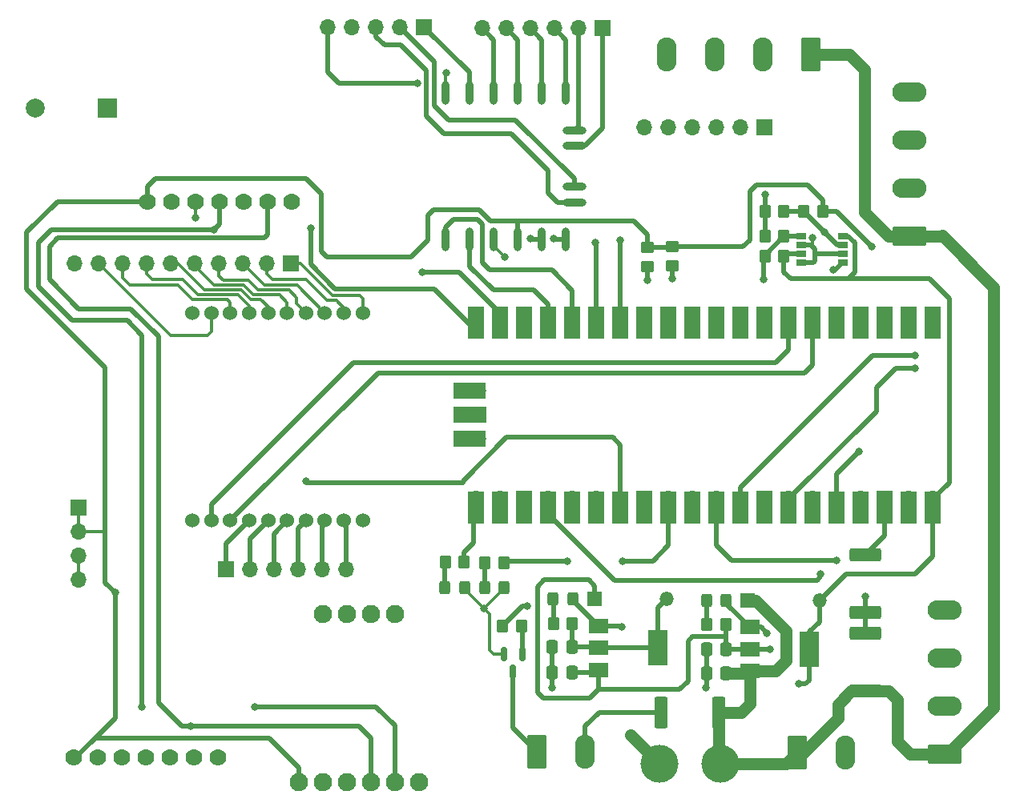
<source format=gbr>
%TF.GenerationSoftware,KiCad,Pcbnew,6.0.9-8da3e8f707~117~ubuntu18.04.1*%
%TF.CreationDate,2023-03-08T09:23:39+05:30*%
%TF.ProjectId,Cansat_V1.2,43616e73-6174-45f5-9631-2e322e6b6963,rev?*%
%TF.SameCoordinates,Original*%
%TF.FileFunction,Copper,L1,Top*%
%TF.FilePolarity,Positive*%
%FSLAX46Y46*%
G04 Gerber Fmt 4.6, Leading zero omitted, Abs format (unit mm)*
G04 Created by KiCad (PCBNEW 6.0.9-8da3e8f707~117~ubuntu18.04.1) date 2023-03-08 09:23:39*
%MOMM*%
%LPD*%
G01*
G04 APERTURE LIST*
G04 Aperture macros list*
%AMRoundRect*
0 Rectangle with rounded corners*
0 $1 Rounding radius*
0 $2 $3 $4 $5 $6 $7 $8 $9 X,Y pos of 4 corners*
0 Add a 4 corners polygon primitive as box body*
4,1,4,$2,$3,$4,$5,$6,$7,$8,$9,$2,$3,0*
0 Add four circle primitives for the rounded corners*
1,1,$1+$1,$2,$3*
1,1,$1+$1,$4,$5*
1,1,$1+$1,$6,$7*
1,1,$1+$1,$8,$9*
0 Add four rect primitives between the rounded corners*
20,1,$1+$1,$2,$3,$4,$5,0*
20,1,$1+$1,$4,$5,$6,$7,0*
20,1,$1+$1,$6,$7,$8,$9,0*
20,1,$1+$1,$8,$9,$2,$3,0*%
G04 Aperture macros list end*
%TA.AperFunction,ComponentPad*%
%ADD10R,1.700000X1.700000*%
%TD*%
%TA.AperFunction,ComponentPad*%
%ADD11O,1.700000X1.700000*%
%TD*%
%TA.AperFunction,SMDPad,CuDef*%
%ADD12RoundRect,0.250000X0.337500X0.475000X-0.337500X0.475000X-0.337500X-0.475000X0.337500X-0.475000X0*%
%TD*%
%TA.AperFunction,ComponentPad*%
%ADD13C,1.524000*%
%TD*%
%TA.AperFunction,SMDPad,CuDef*%
%ADD14RoundRect,0.250000X-0.350000X-0.450000X0.350000X-0.450000X0.350000X0.450000X-0.350000X0.450000X0*%
%TD*%
%TA.AperFunction,ComponentPad*%
%ADD15RoundRect,0.249999X-0.790001X-1.550001X0.790001X-1.550001X0.790001X1.550001X-0.790001X1.550001X0*%
%TD*%
%TA.AperFunction,ComponentPad*%
%ADD16O,2.080000X3.600000*%
%TD*%
%TA.AperFunction,SMDPad,CuDef*%
%ADD17RoundRect,0.250000X0.325000X0.450000X-0.325000X0.450000X-0.325000X-0.450000X0.325000X-0.450000X0*%
%TD*%
%TA.AperFunction,SMDPad,CuDef*%
%ADD18RoundRect,0.250000X0.350000X0.450000X-0.350000X0.450000X-0.350000X-0.450000X0.350000X-0.450000X0*%
%TD*%
%TA.AperFunction,SMDPad,CuDef*%
%ADD19R,2.000000X1.500000*%
%TD*%
%TA.AperFunction,SMDPad,CuDef*%
%ADD20R,2.000000X3.800000*%
%TD*%
%TA.AperFunction,SMDPad,CuDef*%
%ADD21R,1.000000X0.700000*%
%TD*%
%TA.AperFunction,ComponentPad*%
%ADD22RoundRect,0.249999X1.550001X-0.790001X1.550001X0.790001X-1.550001X0.790001X-1.550001X-0.790001X0*%
%TD*%
%TA.AperFunction,ComponentPad*%
%ADD23O,3.600000X2.080000*%
%TD*%
%TA.AperFunction,ComponentPad*%
%ADD24C,1.930400*%
%TD*%
%TA.AperFunction,ComponentPad*%
%ADD25R,1.500000X1.500000*%
%TD*%
%TA.AperFunction,ComponentPad*%
%ADD26O,1.500000X1.500000*%
%TD*%
%TA.AperFunction,SMDPad,CuDef*%
%ADD27RoundRect,0.249999X1.425001X-0.450001X1.425001X0.450001X-1.425001X0.450001X-1.425001X-0.450001X0*%
%TD*%
%TA.AperFunction,SMDPad,CuDef*%
%ADD28RoundRect,0.249999X-0.450001X-1.425001X0.450001X-1.425001X0.450001X1.425001X-0.450001X1.425001X0*%
%TD*%
%TA.AperFunction,ComponentPad*%
%ADD29C,1.778000*%
%TD*%
%TA.AperFunction,SMDPad,CuDef*%
%ADD30O,0.800000X2.500000*%
%TD*%
%TA.AperFunction,SMDPad,CuDef*%
%ADD31O,2.500000X0.800000*%
%TD*%
%TA.AperFunction,SMDPad,CuDef*%
%ADD32R,1.700000X3.500000*%
%TD*%
%TA.AperFunction,SMDPad,CuDef*%
%ADD33R,3.500000X1.700000*%
%TD*%
%TA.AperFunction,SMDPad,CuDef*%
%ADD34C,4.000000*%
%TD*%
%TA.AperFunction,SMDPad,CuDef*%
%ADD35RoundRect,0.150000X-0.150000X0.587500X-0.150000X-0.587500X0.150000X-0.587500X0.150000X0.587500X0*%
%TD*%
%TA.AperFunction,SMDPad,CuDef*%
%ADD36RoundRect,0.250000X-0.450000X0.350000X-0.450000X-0.350000X0.450000X-0.350000X0.450000X0.350000X0*%
%TD*%
%TA.AperFunction,ComponentPad*%
%ADD37RoundRect,0.249999X0.790001X1.550001X-0.790001X1.550001X-0.790001X-1.550001X0.790001X-1.550001X0*%
%TD*%
%TA.AperFunction,ComponentPad*%
%ADD38R,2.000000X2.000000*%
%TD*%
%TA.AperFunction,ComponentPad*%
%ADD39C,2.000000*%
%TD*%
%TA.AperFunction,ViaPad*%
%ADD40C,0.800000*%
%TD*%
%TA.AperFunction,Conductor*%
%ADD41C,0.500000*%
%TD*%
%TA.AperFunction,Conductor*%
%ADD42C,0.300000*%
%TD*%
%TA.AperFunction,Conductor*%
%ADD43C,1.300000*%
%TD*%
G04 APERTURE END LIST*
D10*
%TO.P,J1,1,Pin_1*%
%TO.N,Net-(J1-Pad1)*%
X123050000Y-116500000D03*
D11*
%TO.P,J1,2,Pin_2*%
%TO.N,Net-(J1-Pad2)*%
X125590000Y-116500000D03*
%TO.P,J1,3,Pin_3*%
%TO.N,Net-(J1-Pad3)*%
X128130000Y-116500000D03*
%TO.P,J1,4,Pin_4*%
%TO.N,Net-(J1-Pad4)*%
X130670000Y-116500000D03*
%TO.P,J1,5,Pin_5*%
%TO.N,Net-(J1-Pad5)*%
X133210000Y-116500000D03*
%TO.P,J1,6,Pin_6*%
%TO.N,Net-(J1-Pad6)*%
X135750000Y-116500000D03*
%TD*%
D12*
%TO.P,C1,1*%
%TO.N,+7.5V*%
X175887500Y-127566051D03*
%TO.P,C1,2*%
%TO.N,GND*%
X173812500Y-127566051D03*
%TD*%
D13*
%TO.P,JP1,1,VDD*%
%TO.N,+3.3V*%
X119494710Y-111398200D03*
%TO.P,JP1,2,DOUT*%
%TO.N,/Xbee_Tx*%
X121496230Y-111398200D03*
%TO.P,JP1,3,DIN*%
%TO.N,/Xbee_Rx*%
X123495210Y-111398200D03*
%TO.P,JP1,4,DIO12*%
%TO.N,Net-(J1-Pad1)*%
X125496730Y-111398200D03*
%TO.P,JP1,5,RESET*%
%TO.N,Net-(J1-Pad2)*%
X127495710Y-111398200D03*
%TO.P,JP1,6,RSSI*%
%TO.N,Net-(J1-Pad3)*%
X129494690Y-111398200D03*
%TO.P,JP1,7,DIO11*%
%TO.N,Net-(J1-Pad4)*%
X131496210Y-111398200D03*
%TO.P,JP1,8,RES*%
%TO.N,Net-(J1-Pad5)*%
X133495190Y-111398200D03*
%TO.P,JP1,9,DTR*%
%TO.N,Net-(J1-Pad6)*%
X135496710Y-111398200D03*
%TO.P,JP1,10,GND*%
%TO.N,GND*%
X137495690Y-111398200D03*
%TO.P,JP1,11,DIO4*%
%TO.N,Net-(J6-Pad1)*%
X137495690Y-89401800D03*
%TO.P,JP1,12,CTS*%
%TO.N,Net-(J6-Pad2)*%
X135496710Y-89401800D03*
%TO.P,JP1,13,DIO9*%
%TO.N,Net-(J6-Pad3)*%
X133495190Y-89401800D03*
%TO.P,JP1,14,RES*%
%TO.N,Net-(J6-Pad4)*%
X131496210Y-89401800D03*
%TO.P,JP1,15,DIO5*%
%TO.N,Net-(J6-Pad5)*%
X129494690Y-89401800D03*
%TO.P,JP1,16,RTS*%
%TO.N,Net-(J6-Pad6)*%
X127495710Y-89401800D03*
%TO.P,JP1,17,DIO3*%
%TO.N,Net-(J6-Pad7)*%
X125496730Y-89401800D03*
%TO.P,JP1,18,DIO2*%
%TO.N,Net-(J6-Pad8)*%
X123495210Y-89401800D03*
%TO.P,JP1,19,DIO1*%
%TO.N,Net-(J6-Pad9)*%
X121496230Y-89401800D03*
%TO.P,JP1,20,DIO0*%
%TO.N,Net-(J6-Pad10)*%
X119494710Y-89401800D03*
%TD*%
D14*
%TO.P,R7,1*%
%TO.N,Net-(D4-Pad2)*%
X173850000Y-122366051D03*
%TO.P,R7,2*%
%TO.N,VBUS*%
X175850000Y-122366051D03*
%TD*%
D15*
%TO.P,J10,1,Pin_1*%
%TO.N,Net-(J10-Pad1)*%
X155932500Y-135808551D03*
D16*
%TO.P,J10,2,Pin_2*%
%TO.N,Net-(J10-Pad2)*%
X161012500Y-135808551D03*
%TD*%
D10*
%TO.P,J12,1,Pin_1*%
%TO.N,Net-(J12-Pad1)*%
X144000000Y-59200000D03*
D11*
%TO.P,J12,2,Pin_2*%
%TO.N,Net-(J12-Pad2)*%
X141460000Y-59200000D03*
%TO.P,J12,3,Pin_3*%
%TO.N,Net-(J12-Pad3)*%
X138920000Y-59200000D03*
%TO.P,J12,4,Pin_4*%
%TO.N,Net-(J12-Pad4)*%
X136380000Y-59200000D03*
%TO.P,J12,5,Pin_5*%
%TO.N,Net-(J12-Pad5)*%
X133840000Y-59200000D03*
%TD*%
D17*
%TO.P,D4,1,K*%
%TO.N,GND*%
X175875000Y-119866051D03*
%TO.P,D4,2,A*%
%TO.N,Net-(D4-Pad2)*%
X173825000Y-119866051D03*
%TD*%
D14*
%TO.P,R8,1*%
%TO.N,Net-(D6-Pad2)*%
X157650000Y-122266051D03*
%TO.P,R8,2*%
%TO.N,+3.3V*%
X159650000Y-122266051D03*
%TD*%
D10*
%TO.P,J6,1,Pin_1*%
%TO.N,Net-(J6-Pad1)*%
X129925000Y-84200000D03*
D11*
%TO.P,J6,2,Pin_2*%
%TO.N,Net-(J6-Pad2)*%
X127385000Y-84200000D03*
%TO.P,J6,3,Pin_3*%
%TO.N,Net-(J6-Pad3)*%
X124845000Y-84200000D03*
%TO.P,J6,4,Pin_4*%
%TO.N,Net-(J6-Pad4)*%
X122305000Y-84200000D03*
%TO.P,J6,5,Pin_5*%
%TO.N,Net-(J6-Pad5)*%
X119765000Y-84200000D03*
%TO.P,J6,6,Pin_6*%
%TO.N,Net-(J6-Pad6)*%
X117225000Y-84200000D03*
%TO.P,J6,7,Pin_7*%
%TO.N,Net-(J6-Pad7)*%
X114685000Y-84200000D03*
%TO.P,J6,8,Pin_8*%
%TO.N,Net-(J6-Pad8)*%
X112145000Y-84200000D03*
%TO.P,J6,9,Pin_9*%
%TO.N,Net-(J6-Pad9)*%
X109605000Y-84200000D03*
%TO.P,J6,10,Pin_10*%
%TO.N,Net-(J6-Pad10)*%
X107065000Y-84200000D03*
%TD*%
D12*
%TO.P,C4,1*%
%TO.N,+3.3V*%
X159587500Y-124766051D03*
%TO.P,C4,2*%
%TO.N,GND*%
X157512500Y-124766051D03*
%TD*%
D18*
%TO.P,R12,1*%
%TO.N,VBUS*%
X182000000Y-83400000D03*
%TO.P,R12,2*%
%TO.N,/pico_ADC_1*%
X180000000Y-83400000D03*
%TD*%
D19*
%TO.P,U5,1,GND*%
%TO.N,GND*%
X178400000Y-122666051D03*
%TO.P,U5,2,VO*%
%TO.N,VBUS*%
X178400000Y-124966051D03*
D20*
X184700000Y-124966051D03*
D19*
%TO.P,U5,3,VI*%
%TO.N,+7.5V*%
X178400000Y-127266051D03*
%TD*%
D14*
%TO.P,R14,1*%
%TO.N,GND*%
X180000000Y-78700000D03*
%TO.P,R14,2*%
%TO.N,/pico_ADC_2*%
X182000000Y-78700000D03*
%TD*%
D21*
%TO.P,U7,1*%
%TO.N,/pico_ADC_1*%
X183800000Y-81273000D03*
%TO.P,U7,2,-*%
%TO.N,GND*%
X183800000Y-82225000D03*
%TO.P,U7,3,+*%
%TO.N,VBUS*%
X183800000Y-83175000D03*
%TO.P,U7,4,V-*%
%TO.N,GND*%
X183800000Y-84127000D03*
%TO.P,U7,5,+*%
%TO.N,+3.3V*%
X188200000Y-84127000D03*
%TO.P,U7,6,-*%
%TO.N,GND*%
X188200000Y-83175000D03*
%TO.P,U7,7*%
%TO.N,/pico_ADC_2*%
X188200000Y-82225000D03*
%TO.P,U7,8,V+*%
%TO.N,VBUS*%
X188200000Y-81273000D03*
%TD*%
D22*
%TO.P,J4,1,Pin_1*%
%TO.N,+7.5V*%
X195295000Y-81340000D03*
D23*
%TO.P,J4,2,Pin_2*%
%TO.N,/motor_3*%
X195295000Y-76260000D03*
%TO.P,J4,3,Pin_3*%
%TO.N,GND*%
X195295000Y-71180000D03*
%TO.P,J4,4,Pin_4*%
X195295000Y-66100000D03*
%TD*%
D24*
%TO.P,U3,1,Vin*%
%TO.N,+3.3V*%
X130732475Y-139090000D03*
%TO.P,U3,2,3Vo*%
%TO.N,unconnected-(U3-Pad2)*%
X133272475Y-139090000D03*
%TO.P,U3,3,GND*%
%TO.N,GND*%
X135812475Y-139090000D03*
%TO.P,U3,4,SDA*%
%TO.N,/SDA*%
X138352475Y-139090000D03*
%TO.P,U3,5,SCL*%
%TO.N,/SCL*%
X140892475Y-139090000D03*
%TO.P,U3,6,RST*%
%TO.N,unconnected-(U3-Pad6)*%
X143432475Y-139090000D03*
%TO.P,U3,7,PS0*%
%TO.N,unconnected-(U3-Pad7)*%
X133272475Y-121310000D03*
%TO.P,U3,8,PS1*%
%TO.N,unconnected-(U3-Pad8)*%
X135812475Y-121310000D03*
%TO.P,U3,9,INT*%
%TO.N,unconnected-(U3-Pad9)*%
X138352475Y-121310000D03*
%TO.P,U3,10,ADR*%
%TO.N,unconnected-(U3-Pad10)*%
X140892475Y-121310000D03*
%TD*%
D25*
%TO.P,D1,1,K*%
%TO.N,+7.5V*%
X178135000Y-119866051D03*
D26*
%TO.P,D1,2,A*%
%TO.N,VBUS*%
X185755000Y-119866051D03*
%TD*%
D27*
%TO.P,R10,1*%
%TO.N,+7.5V*%
X190600000Y-129416051D03*
%TO.P,R10,2*%
%TO.N,/pico_ADC_0*%
X190600000Y-123316051D03*
%TD*%
D17*
%TO.P,D3,1,K*%
%TO.N,GND*%
X148250000Y-118466051D03*
%TO.P,D3,2,A*%
%TO.N,Net-(D3-Pad2)*%
X146200000Y-118466051D03*
%TD*%
D14*
%TO.P,R13,1*%
%TO.N,GND*%
X180000000Y-81300000D03*
%TO.P,R13,2*%
%TO.N,/pico_ADC_1*%
X182000000Y-81300000D03*
%TD*%
D17*
%TO.P,D2,1,K*%
%TO.N,GND*%
X152450000Y-118466051D03*
%TO.P,D2,2,A*%
%TO.N,Net-(D2-Pad2)*%
X150400000Y-118466051D03*
%TD*%
D22*
%TO.P,J3,1,Pin_1*%
%TO.N,+7.5V*%
X198972500Y-136086051D03*
D23*
%TO.P,J3,2,Pin_2*%
%TO.N,/motor_2*%
X198972500Y-131006051D03*
%TO.P,J3,3,Pin_3*%
%TO.N,GND*%
X198972500Y-125926051D03*
%TO.P,J3,4,Pin_4*%
X198972500Y-120846051D03*
%TD*%
D12*
%TO.P,C2,1*%
%TO.N,VBUS*%
X175887500Y-124966051D03*
%TO.P,C2,2*%
%TO.N,GND*%
X173812500Y-124966051D03*
%TD*%
D19*
%TO.P,U6,1,GND*%
%TO.N,GND*%
X162400000Y-122566051D03*
D20*
%TO.P,U6,2,VO*%
%TO.N,+3.3V*%
X168700000Y-124866051D03*
D19*
X162400000Y-124866051D03*
%TO.P,U6,3,VI*%
%TO.N,VBUS*%
X162400000Y-127166051D03*
%TD*%
D14*
%TO.P,R5,1*%
%TO.N,Net-(D3-Pad2)*%
X146225000Y-115766051D03*
%TO.P,R5,2*%
%TO.N,Net-(R5-Pad2)*%
X148225000Y-115766051D03*
%TD*%
%TO.P,R3,1*%
%TO.N,/nichrome_gpio*%
X152300000Y-122566051D03*
%TO.P,R3,2*%
%TO.N,Net-(Q1-Pad1)*%
X154300000Y-122566051D03*
%TD*%
D25*
%TO.P,D5,1,K*%
%TO.N,VBUS*%
X162035000Y-119666051D03*
D26*
%TO.P,D5,2,A*%
%TO.N,+3.3V*%
X169655000Y-119666051D03*
%TD*%
D15*
%TO.P,J5,1,Pin_1*%
%TO.N,+7.5V*%
X183410000Y-135888551D03*
D16*
%TO.P,J5,2,Pin_2*%
%TO.N,GND*%
X188490000Y-135888551D03*
%TD*%
D28*
%TO.P,R6,1*%
%TO.N,Net-(J10-Pad2)*%
X169050000Y-131666051D03*
%TO.P,R6,2*%
%TO.N,+7.5V*%
X175150000Y-131666051D03*
%TD*%
D27*
%TO.P,R11,1*%
%TO.N,/pico_ADC_0*%
X190600000Y-121116051D03*
%TO.P,R11,2*%
%TO.N,GND*%
X190600000Y-115016051D03*
%TD*%
D18*
%TO.P,R9,1*%
%TO.N,+3.3V*%
X186100000Y-78700000D03*
%TO.P,R9,2*%
%TO.N,/pico_ADC_2*%
X184100000Y-78700000D03*
%TD*%
D10*
%TO.P,J11,1,Pin_1*%
%TO.N,Net-(J11-Pad1)*%
X162800000Y-59300000D03*
D11*
%TO.P,J11,2,Pin_2*%
%TO.N,Net-(J11-Pad2)*%
X160260000Y-59300000D03*
%TO.P,J11,3,Pin_3*%
%TO.N,Net-(J11-Pad3)*%
X157720000Y-59300000D03*
%TO.P,J11,4,Pin_4*%
%TO.N,Net-(J11-Pad4)*%
X155180000Y-59300000D03*
%TO.P,J11,5,Pin_5*%
%TO.N,Net-(J11-Pad5)*%
X152640000Y-59300000D03*
%TO.P,J11,6,Pin_6*%
%TO.N,Net-(J11-Pad6)*%
X150100000Y-59300000D03*
%TD*%
D29*
%TO.P,U1,1,Vin*%
%TO.N,+3.3V*%
X114743949Y-77653949D03*
%TO.P,U1,2,3Vo*%
%TO.N,unconnected-(U1-Pad2)*%
X117283949Y-77653949D03*
%TO.P,U1,3,GND*%
%TO.N,GND*%
X119823949Y-77653949D03*
%TO.P,U1,4,SCK*%
%TO.N,/SCL*%
X122363949Y-77653949D03*
%TO.P,U1,5,SDO*%
%TO.N,unconnected-(U1-Pad5)*%
X124903949Y-77653949D03*
%TO.P,U1,6,SDI*%
%TO.N,/SDA*%
X127443949Y-77653949D03*
%TO.P,U1,7,CS*%
%TO.N,unconnected-(U1-Pad7)*%
X129983949Y-77653949D03*
%TD*%
D30*
%TO.P,U8,1,RXD*%
%TO.N,/uart0_Tx*%
X146247500Y-81670000D03*
%TO.P,U8,2,TXD*%
%TO.N,/uart0_Rx*%
X148787500Y-81670000D03*
%TO.P,U8,3,GND*%
%TO.N,GND*%
X151327500Y-81670000D03*
%TO.P,U8,4,VCC*%
%TO.N,+3.3V*%
X153867500Y-81670000D03*
%TO.P,U8,5,V_BCKP*%
%TO.N,Net-(J12-Pad4)*%
X156407500Y-81670000D03*
%TO.P,U8,6,1PPS*%
%TO.N,Net-(J12-Pad5)*%
X158947500Y-81670000D03*
%TO.P,U8,7,WAKE_UP*%
%TO.N,Net-(J11-Pad3)*%
X158947500Y-66170000D03*
%TO.P,U8,8,AADET_N*%
%TO.N,Net-(J11-Pad4)*%
X156407500Y-66170000D03*
%TO.P,U8,9,3D_FIX/BOOT*%
%TO.N,Net-(J11-Pad5)*%
X153867500Y-66170000D03*
%TO.P,U8,10,~{RESET}*%
%TO.N,Net-(J11-Pad6)*%
X151327500Y-66170000D03*
%TO.P,U8,11,EX_ANT*%
%TO.N,Net-(J12-Pad1)*%
X148787500Y-66170000D03*
%TO.P,U8,12,GND*%
%TO.N,GND*%
X146247500Y-66170000D03*
D31*
%TO.P,U8,13,JAM_IND*%
%TO.N,Net-(J12-Pad3)*%
X159847500Y-77730000D03*
%TO.P,U8,14,GEO_FENCE*%
%TO.N,Net-(J12-Pad2)*%
X159847500Y-76090000D03*
%TO.P,U8,15,I2C_SCL*%
%TO.N,Net-(J11-Pad1)*%
X159847500Y-71750000D03*
%TO.P,U8,16,I2C_SDA*%
%TO.N,Net-(J11-Pad2)*%
X159847500Y-70110000D03*
%TD*%
D32*
%TO.P,U4,1,GPIO0*%
%TO.N,unconnected-(U4-Pad1)*%
X197747500Y-90430000D03*
D11*
X197747500Y-91330000D03*
D32*
%TO.P,U4,2,GPIO1*%
%TO.N,unconnected-(U4-Pad2)*%
X195207500Y-90430000D03*
D11*
X195207500Y-91330000D03*
D32*
%TO.P,U4,3,GND*%
%TO.N,GND*%
X192667500Y-90430000D03*
D10*
X192667500Y-91330000D03*
D32*
%TO.P,U4,4,GPIO2*%
%TO.N,unconnected-(U4-Pad4)*%
X190127500Y-90430000D03*
D11*
X190127500Y-91330000D03*
%TO.P,U4,5,GPIO3*%
%TO.N,unconnected-(U4-Pad5)*%
X187587500Y-91330000D03*
D32*
X187587500Y-90430000D03*
%TO.P,U4,6,GPIO4*%
%TO.N,/Xbee_Rx*%
X185047500Y-90430000D03*
D11*
X185047500Y-91330000D03*
D32*
%TO.P,U4,7,GPIO5*%
%TO.N,/Xbee_Tx*%
X182507500Y-90430000D03*
D11*
X182507500Y-91330000D03*
D32*
%TO.P,U4,8,GND*%
%TO.N,GND*%
X179967500Y-90430000D03*
D10*
X179967500Y-91330000D03*
D11*
%TO.P,U4,9,GPIO6*%
%TO.N,Net-(J8-Pad1)*%
X177427500Y-91330000D03*
D32*
X177427500Y-90430000D03*
D11*
%TO.P,U4,10,GPIO7*%
%TO.N,Net-(J8-Pad2)*%
X174887500Y-91330000D03*
D32*
X174887500Y-90430000D03*
%TO.P,U4,11,GPIO8*%
%TO.N,Net-(J8-Pad3)*%
X172347500Y-90430000D03*
D11*
X172347500Y-91330000D03*
%TO.P,U4,12,GPIO9*%
%TO.N,Net-(J8-Pad4)*%
X169807500Y-91330000D03*
D32*
X169807500Y-90430000D03*
%TO.P,U4,13,GND*%
%TO.N,GND*%
X167267500Y-90430000D03*
D10*
X167267500Y-91330000D03*
D32*
%TO.P,U4,14,GPIO10*%
%TO.N,Net-(J8-Pad5)*%
X164727500Y-90430000D03*
D11*
X164727500Y-91330000D03*
D32*
%TO.P,U4,15,GPIO11*%
%TO.N,Net-(J8-Pad6)*%
X162187500Y-90430000D03*
D11*
X162187500Y-91330000D03*
%TO.P,U4,16,GPIO12*%
%TO.N,/uart0_Tx*%
X159647500Y-91330000D03*
D32*
X159647500Y-90430000D03*
%TO.P,U4,17,GPIO13*%
%TO.N,/uart0_Rx*%
X157107500Y-90430000D03*
D11*
X157107500Y-91330000D03*
D32*
%TO.P,U4,18,GND*%
%TO.N,GND*%
X154567500Y-90430000D03*
D10*
X154567500Y-91330000D03*
D32*
%TO.P,U4,19,GPIO14*%
%TO.N,/SDA*%
X152027500Y-90430000D03*
D11*
X152027500Y-91330000D03*
D32*
%TO.P,U4,20,GPIO15*%
%TO.N,/SCL*%
X149487500Y-90430000D03*
D11*
X149487500Y-91330000D03*
D32*
%TO.P,U4,21,GPIO16*%
%TO.N,Net-(R5-Pad2)*%
X149487500Y-110010000D03*
D11*
X149487500Y-109110000D03*
%TO.P,U4,22,GPIO17*%
%TO.N,/motor_3*%
X152027500Y-109110000D03*
D32*
X152027500Y-110010000D03*
D10*
%TO.P,U4,23,GND*%
%TO.N,GND*%
X154567500Y-109110000D03*
D32*
X154567500Y-110010000D03*
D11*
%TO.P,U4,24,GPIO18*%
%TO.N,/motor_2*%
X157107500Y-109110000D03*
D32*
X157107500Y-110010000D03*
D11*
%TO.P,U4,25,GPIO19*%
%TO.N,Net-(R4-Pad2)*%
X159647500Y-109110000D03*
D32*
X159647500Y-110010000D03*
D11*
%TO.P,U4,26,GPIO20*%
%TO.N,/motor_1*%
X162187500Y-109110000D03*
D32*
X162187500Y-110010000D03*
D11*
%TO.P,U4,27,GPIO21*%
%TO.N,Net-(BZ1-Pad1)*%
X164727500Y-109110000D03*
D32*
X164727500Y-110010000D03*
D10*
%TO.P,U4,28,GND*%
%TO.N,GND*%
X167267500Y-109110000D03*
D32*
X167267500Y-110010000D03*
%TO.P,U4,29,GPIO22*%
%TO.N,/nichrome_gpio*%
X169807500Y-110010000D03*
D11*
X169807500Y-109110000D03*
D32*
%TO.P,U4,30,RUN*%
%TO.N,/run*%
X172347500Y-110010000D03*
D11*
X172347500Y-109110000D03*
%TO.P,U4,31,GPIO26_ADC0*%
%TO.N,/pico_ADC_0*%
X174887500Y-109110000D03*
D32*
X174887500Y-110010000D03*
%TO.P,U4,32,GPIO27_ADC1*%
%TO.N,/pico_ADC_1*%
X177427500Y-110010000D03*
D11*
X177427500Y-109110000D03*
D32*
%TO.P,U4,33,AGND*%
%TO.N,unconnected-(U4-Pad33)*%
X179967500Y-110010000D03*
D10*
X179967500Y-109110000D03*
D11*
%TO.P,U4,34,GPIO28_ADC2*%
%TO.N,/pico_ADC_2*%
X182507500Y-109110000D03*
D32*
X182507500Y-110010000D03*
D11*
%TO.P,U4,35,ADC_VREF*%
%TO.N,unconnected-(U4-Pad35)*%
X185047500Y-109110000D03*
D32*
X185047500Y-110010000D03*
D11*
%TO.P,U4,36,3V3*%
%TO.N,+3.3V*%
X187587500Y-109110000D03*
D32*
X187587500Y-110010000D03*
D11*
%TO.P,U4,37,3V3_EN*%
%TO.N,unconnected-(U4-Pad37)*%
X190127500Y-109110000D03*
D32*
X190127500Y-110010000D03*
D10*
%TO.P,U4,38,GND*%
%TO.N,GND*%
X192667500Y-109110000D03*
D32*
X192667500Y-110010000D03*
%TO.P,U4,39,VSYS*%
%TO.N,unconnected-(U4-Pad39)*%
X195207500Y-110010000D03*
D11*
X195207500Y-109110000D03*
%TO.P,U4,40,VBUS*%
%TO.N,VBUS*%
X197747500Y-109110000D03*
D32*
X197747500Y-110010000D03*
D11*
%TO.P,U4,41,SWCLK*%
%TO.N,unconnected-(U4-Pad41)*%
X149717500Y-97680000D03*
D33*
X148817500Y-97680000D03*
D10*
%TO.P,U4,42,GND*%
%TO.N,GND*%
X149717500Y-100220000D03*
D33*
X148817500Y-100220000D03*
%TO.P,U4,43,SWDIO*%
%TO.N,unconnected-(U4-Pad43)*%
X148817500Y-102760000D03*
D11*
X149717500Y-102760000D03*
%TD*%
D34*
%TO.P,TP2,1,1*%
%TO.N,GND*%
X168850000Y-137066051D03*
%TD*%
D35*
%TO.P,Q1,1,B*%
%TO.N,Net-(Q1-Pad1)*%
X154350000Y-125528551D03*
%TO.P,Q1,2,E*%
%TO.N,GND*%
X152450000Y-125528551D03*
%TO.P,Q1,3,C*%
%TO.N,Net-(J10-Pad1)*%
X153400000Y-127403551D03*
%TD*%
D10*
%TO.P,J7,1,Pin_1*%
%TO.N,+3.3V*%
X107450000Y-110020000D03*
D11*
%TO.P,J7,2,Pin_2*%
X107450000Y-112560000D03*
%TO.P,J7,3,Pin_3*%
%TO.N,GND*%
X107450000Y-115100000D03*
%TO.P,J7,4,Pin_4*%
X107450000Y-117640000D03*
%TD*%
D36*
%TO.P,R2,1*%
%TO.N,+3.3V*%
X167600000Y-82500000D03*
%TO.P,R2,2*%
%TO.N,/SCL*%
X167600000Y-84500000D03*
%TD*%
D34*
%TO.P,TP1,1,1*%
%TO.N,+7.5V*%
X175250000Y-137066051D03*
%TD*%
D12*
%TO.P,C3,1*%
%TO.N,VBUS*%
X159587500Y-127466051D03*
%TO.P,C3,2*%
%TO.N,GND*%
X157512500Y-127466051D03*
%TD*%
D17*
%TO.P,D6,1,K*%
%TO.N,GND*%
X159675000Y-119666051D03*
%TO.P,D6,2,A*%
%TO.N,Net-(D6-Pad2)*%
X157625000Y-119666051D03*
%TD*%
D10*
%TO.P,J8,1,Pin_1*%
%TO.N,Net-(J8-Pad1)*%
X179950000Y-69800000D03*
D11*
%TO.P,J8,2,Pin_2*%
%TO.N,Net-(J8-Pad2)*%
X177410000Y-69800000D03*
%TO.P,J8,3,Pin_3*%
%TO.N,Net-(J8-Pad3)*%
X174870000Y-69800000D03*
%TO.P,J8,4,Pin_4*%
%TO.N,Net-(J8-Pad4)*%
X172330000Y-69800000D03*
%TO.P,J8,5,Pin_5*%
%TO.N,Net-(J8-Pad5)*%
X169790000Y-69800000D03*
%TO.P,J8,6,Pin_6*%
%TO.N,Net-(J8-Pad6)*%
X167250000Y-69800000D03*
%TD*%
D36*
%TO.P,R1,1*%
%TO.N,+3.3V*%
X170200000Y-82400000D03*
%TO.P,R1,2*%
%TO.N,/SDA*%
X170200000Y-84400000D03*
%TD*%
D37*
%TO.P,J2,1,Pin_1*%
%TO.N,+7.5V*%
X184872500Y-62120000D03*
D16*
%TO.P,J2,2,Pin_2*%
%TO.N,/motor_1*%
X179792500Y-62120000D03*
%TO.P,J2,3,Pin_3*%
%TO.N,GND*%
X174712500Y-62120000D03*
%TO.P,J2,4,Pin_4*%
X169632500Y-62120000D03*
%TD*%
D38*
%TO.P,BZ1,1,-*%
%TO.N,Net-(BZ1-Pad1)*%
X110500000Y-67800000D03*
D39*
%TO.P,BZ1,2,+*%
%TO.N,GND*%
X102900000Y-67800000D03*
%TD*%
D29*
%TO.P,U2,1,Vin*%
%TO.N,+3.3V*%
X106920000Y-136430000D03*
%TO.P,U2,2,3Vo*%
%TO.N,unconnected-(U2-Pad2)*%
X109460000Y-136430000D03*
%TO.P,U2,3,GND*%
%TO.N,GND*%
X112000000Y-136430000D03*
%TO.P,U2,4,SCK*%
%TO.N,/SCL*%
X114540000Y-136430000D03*
%TO.P,U2,5,SDO*%
%TO.N,unconnected-(U2-Pad5)*%
X117080000Y-136430000D03*
%TO.P,U2,6,SDI*%
%TO.N,/SDA*%
X119620000Y-136430000D03*
%TO.P,U2,7,CS*%
%TO.N,unconnected-(U2-Pad7)*%
X122160000Y-136430000D03*
%TD*%
D14*
%TO.P,R4,1*%
%TO.N,Net-(D2-Pad2)*%
X150425000Y-115866051D03*
%TO.P,R4,2*%
%TO.N,Net-(R4-Pad2)*%
X152425000Y-115866051D03*
%TD*%
D40*
%TO.N,Net-(BZ1-Pad1)*%
X131500000Y-107200000D03*
%TO.N,GND*%
X152500000Y-83500000D03*
X180200000Y-123300000D03*
X146300000Y-64000000D03*
X157500000Y-129100000D03*
X185000000Y-81500000D03*
X165800000Y-134016051D03*
X164900000Y-122600000D03*
X173800000Y-129100000D03*
X119800000Y-79400000D03*
X180000000Y-76900000D03*
X150300000Y-120700000D03*
%TO.N,VBUS*%
X183600000Y-128666051D03*
X180500000Y-124966051D03*
%TO.N,+3.3V*%
X189900000Y-104100000D03*
X187200000Y-84900000D03*
X111350000Y-119000000D03*
X191300000Y-82400000D03*
%TO.N,/motor_2*%
X185900000Y-117066051D03*
%TO.N,Net-(J8-Pad5)*%
X164700000Y-81700000D03*
%TO.N,Net-(J8-Pad6)*%
X162100000Y-82000000D03*
%TO.N,Net-(J12-Pad4)*%
X155200000Y-81600000D03*
%TO.N,Net-(J12-Pad5)*%
X157700000Y-81600000D03*
X143300000Y-65100000D03*
%TO.N,/SDA*%
X170200000Y-85800000D03*
X143800000Y-85100000D03*
X119300000Y-133166051D03*
%TO.N,/SCL*%
X126100000Y-131066051D03*
X132000000Y-80500000D03*
X114200000Y-131066051D03*
X167600000Y-86000000D03*
X121800000Y-80600000D03*
%TO.N,/nichrome_gpio*%
X165000000Y-115666051D03*
X154900000Y-120466051D03*
%TO.N,Net-(R4-Pad2)*%
X159100000Y-115700000D03*
%TO.N,/pico_ADC_2*%
X195900000Y-95300000D03*
X186300000Y-80900000D03*
%TO.N,/pico_ADC_0*%
X190600000Y-119366051D03*
X187600000Y-115566051D03*
%TO.N,/pico_ADC_1*%
X179900000Y-85900000D03*
X195900000Y-93900000D03*
%TD*%
D41*
%TO.N,Net-(BZ1-Pad1)*%
X164727500Y-103427500D02*
X164700000Y-103400000D01*
X148100000Y-107200000D02*
X148100000Y-107400000D01*
X164700000Y-103400000D02*
X163900000Y-102600000D01*
X152700000Y-102600000D02*
X148100000Y-107200000D01*
X163900000Y-102600000D02*
X152700000Y-102600000D01*
X164727500Y-109110000D02*
X164727500Y-103427500D01*
X131700000Y-107400000D02*
X131500000Y-107200000D01*
X148100000Y-107400000D02*
X131700000Y-107400000D01*
D42*
%TO.N,GND*%
X152450000Y-118550000D02*
X150300000Y-120700000D01*
D41*
X185073000Y-84127000D02*
X183800000Y-84127000D01*
X159675000Y-119666051D02*
X159675000Y-119841051D01*
D42*
X146247500Y-66170000D02*
X146247500Y-64052500D01*
D41*
X175875000Y-120141051D02*
X178400000Y-122666051D01*
X180000000Y-78700000D02*
X180000000Y-76900000D01*
X185300000Y-83200000D02*
X185300000Y-83900000D01*
D42*
X119823949Y-79376051D02*
X119800000Y-79400000D01*
X150900000Y-121300000D02*
X150900000Y-125100000D01*
D41*
X192667500Y-112948551D02*
X190600000Y-115016051D01*
D42*
X146247500Y-64052500D02*
X146300000Y-64000000D01*
D41*
X162400000Y-122566051D02*
X164866051Y-122566051D01*
X185300000Y-82700000D02*
X185300000Y-83200000D01*
X173812500Y-129087500D02*
X173800000Y-129100000D01*
X157512500Y-127466051D02*
X157512500Y-129087500D01*
X183800000Y-82225000D02*
X184825000Y-82225000D01*
X179566051Y-122666051D02*
X180200000Y-123300000D01*
X188200000Y-83175000D02*
X185325000Y-83175000D01*
D42*
X151327500Y-82327500D02*
X152500000Y-83500000D01*
X148250000Y-118466051D02*
X148250000Y-118650000D01*
X152450000Y-118466051D02*
X152450000Y-118550000D01*
D41*
X157512500Y-129087500D02*
X157500000Y-129100000D01*
D42*
X150900000Y-125100000D02*
X151328551Y-125528551D01*
D41*
X175875000Y-119866051D02*
X175875000Y-120141051D01*
D42*
X151327500Y-81670000D02*
X151327500Y-82327500D01*
X150300000Y-120700000D02*
X150900000Y-121300000D01*
D41*
X164866051Y-122566051D02*
X164900000Y-122600000D01*
D42*
X151328551Y-125528551D02*
X152450000Y-125528551D01*
D41*
X180000000Y-78700000D02*
X180000000Y-81300000D01*
D42*
X119823949Y-77653949D02*
X119823949Y-79376051D01*
D41*
X184825000Y-82225000D02*
X185300000Y-82700000D01*
X159675000Y-119841051D02*
X162400000Y-122566051D01*
X157512500Y-127466051D02*
X157512500Y-124766051D01*
X185325000Y-83175000D02*
X185300000Y-83200000D01*
X178400000Y-122666051D02*
X179566051Y-122666051D01*
X173812500Y-127566051D02*
X173812500Y-129087500D01*
D42*
X185000000Y-82050000D02*
X184825000Y-82225000D01*
D41*
X173812500Y-127566051D02*
X173812500Y-124966051D01*
D42*
X107450000Y-117640000D02*
X107450000Y-115100000D01*
D41*
X185300000Y-83900000D02*
X185073000Y-84127000D01*
X192667500Y-109110000D02*
X192667500Y-112948551D01*
D42*
X185000000Y-81500000D02*
X185000000Y-82050000D01*
X148250000Y-118650000D02*
X150300000Y-120700000D01*
D43*
X165800000Y-134016051D02*
X168850000Y-137066051D01*
%TO.N,+7.5V*%
X193050000Y-129416051D02*
X194000000Y-130366051D01*
X179050000Y-119866051D02*
X178135000Y-119866051D01*
X177500000Y-131666051D02*
X175150000Y-131666051D01*
X184127500Y-135888551D02*
X187700000Y-132316051D01*
X182200000Y-123016051D02*
X179050000Y-119866051D01*
X188920000Y-62120000D02*
X190500000Y-63700000D01*
X178400000Y-130766051D02*
X177500000Y-131666051D01*
X190600000Y-129416051D02*
X193050000Y-129416051D01*
X184872500Y-62120000D02*
X188920000Y-62120000D01*
X183410000Y-135888551D02*
X184127500Y-135888551D01*
X181100000Y-127266051D02*
X182200000Y-126166051D01*
X195320000Y-136086051D02*
X198972500Y-136086051D01*
X175250000Y-137066051D02*
X182232500Y-137066051D01*
X195295000Y-81340000D02*
X198560000Y-81340000D01*
X204200000Y-131200000D02*
X199280000Y-136120000D01*
X175150000Y-136966051D02*
X175250000Y-137066051D01*
X189083949Y-129416051D02*
X190600000Y-129416051D01*
X190500000Y-63700000D02*
X190500000Y-78800000D01*
X194000000Y-134766051D02*
X195320000Y-136086051D01*
X178100000Y-127566051D02*
X178400000Y-127266051D01*
X194000000Y-130366051D02*
X194000000Y-134766051D01*
X204200000Y-86700000D02*
X204200000Y-131200000D01*
X198700000Y-81200000D02*
X204200000Y-86700000D01*
X182232500Y-137066051D02*
X183410000Y-135888551D01*
X182200000Y-126166051D02*
X182200000Y-123016051D01*
X187700000Y-132316051D02*
X187700000Y-130800000D01*
X175887500Y-127566051D02*
X178100000Y-127566051D01*
X175150000Y-131666051D02*
X175150000Y-136966051D01*
X193040000Y-81340000D02*
X195295000Y-81340000D01*
X190500000Y-78800000D02*
X193040000Y-81340000D01*
X178400000Y-127266051D02*
X178400000Y-130766051D01*
X178400000Y-127266051D02*
X181100000Y-127266051D01*
X187700000Y-130800000D02*
X189083949Y-129416051D01*
X198560000Y-81340000D02*
X198700000Y-81200000D01*
D41*
%TO.N,VBUS*%
X156000000Y-118366051D02*
X156700000Y-117666051D01*
X184700000Y-123166051D02*
X185755000Y-122111051D01*
X182000000Y-83400000D02*
X182225000Y-83175000D01*
X175850000Y-122366051D02*
X175850000Y-123716051D01*
X197747500Y-109110000D02*
X199500000Y-107357500D01*
X188773000Y-81273000D02*
X188200000Y-81273000D01*
X184700000Y-128266051D02*
X184700000Y-124966051D01*
X182000000Y-83400000D02*
X182000000Y-85100000D01*
X182225000Y-83175000D02*
X183800000Y-83175000D01*
X162400000Y-129266051D02*
X161466051Y-130200000D01*
X162400000Y-127166051D02*
X162400000Y-129266051D01*
X162400000Y-129266051D02*
X171000000Y-129266051D01*
X184300000Y-128666051D02*
X184700000Y-128266051D01*
X161400000Y-117666051D02*
X162035000Y-118301051D01*
X171900000Y-127466051D02*
X171900000Y-124116051D01*
X188800000Y-85800000D02*
X189500000Y-85100000D01*
X175800000Y-123666051D02*
X175850000Y-123716051D01*
X182000000Y-85100000D02*
X182700000Y-85800000D01*
X182700000Y-85800000D02*
X188800000Y-85800000D01*
X184700000Y-124966051D02*
X184700000Y-123166051D01*
X199500000Y-107357500D02*
X199500000Y-87900000D01*
X171900000Y-124116051D02*
X172350000Y-123666051D01*
X162100000Y-127466051D02*
X162400000Y-127166051D01*
X185755000Y-122111051D02*
X185755000Y-119866051D01*
X197400000Y-85800000D02*
X188800000Y-85800000D01*
X195900000Y-117000000D02*
X197747500Y-115152500D01*
X171000000Y-129266051D02*
X171900000Y-128366051D01*
X175887500Y-124966051D02*
X178400000Y-124966051D01*
X172350000Y-123666051D02*
X175800000Y-123666051D01*
X162035000Y-118301051D02*
X162035000Y-119666051D01*
X156700000Y-117666051D02*
X161400000Y-117666051D01*
X156600000Y-130200000D02*
X156000000Y-129600000D01*
X159587500Y-127466051D02*
X162100000Y-127466051D01*
X161466051Y-130200000D02*
X156600000Y-130200000D01*
X171900000Y-128366051D02*
X171900000Y-127466051D01*
X156000000Y-129600000D02*
X156000000Y-118366051D01*
X189500000Y-82000000D02*
X188773000Y-81273000D01*
X199500000Y-87900000D02*
X197400000Y-85800000D01*
X189500000Y-85100000D02*
X189500000Y-82000000D01*
X188621051Y-117000000D02*
X195900000Y-117000000D01*
X185755000Y-119866051D02*
X188621051Y-117000000D01*
X178400000Y-124966051D02*
X180500000Y-124966051D01*
X175850000Y-124928551D02*
X175887500Y-124966051D01*
X175850000Y-123716051D02*
X175850000Y-124928551D01*
X183600000Y-128666051D02*
X184300000Y-128666051D01*
X197747500Y-115152500D02*
X197747500Y-109110000D01*
%TO.N,+3.3V*%
X178400000Y-76600000D02*
X179100000Y-75900000D01*
X115600000Y-75200000D02*
X131500000Y-75200000D01*
X167600000Y-81100000D02*
X167600000Y-82500000D01*
X144400000Y-81700000D02*
X144400000Y-79100000D01*
X179100000Y-75900000D02*
X184500000Y-75900000D01*
X187200000Y-84900000D02*
X187427000Y-84900000D01*
X110300000Y-112600000D02*
X110300000Y-117950000D01*
X166167500Y-79667500D02*
X167600000Y-81100000D01*
X187587500Y-109110000D02*
X187587500Y-106412500D01*
X187587500Y-106412500D02*
X189900000Y-104100000D01*
D42*
X107450000Y-112560000D02*
X107450000Y-110020000D01*
D41*
X149800000Y-78500000D02*
X150967500Y-79667500D01*
X102000000Y-86900000D02*
X110300000Y-95200000D01*
X142600000Y-83500000D02*
X144400000Y-81700000D01*
X144400000Y-79100000D02*
X145000000Y-78500000D01*
X114743949Y-77653949D02*
X114743949Y-76056051D01*
X162300000Y-124766051D02*
X162400000Y-124866051D01*
X130732475Y-137498526D02*
X127600000Y-134366051D01*
X159587500Y-124766051D02*
X159587500Y-122328551D01*
X114743949Y-77653949D02*
X105246051Y-77653949D01*
X127600000Y-134366051D02*
X110233949Y-134366051D01*
X170100000Y-82500000D02*
X170200000Y-82400000D01*
X114743949Y-76056051D02*
X115600000Y-75200000D01*
X167600000Y-82500000D02*
X170100000Y-82500000D01*
D42*
X110220000Y-112520000D02*
X110300000Y-112600000D01*
D41*
X111350000Y-119000000D02*
X111350000Y-132250000D01*
X110233949Y-134366051D02*
X109233949Y-134366051D01*
X168700000Y-124866051D02*
X168700000Y-120621051D01*
X130732475Y-139090000D02*
X130732475Y-137498526D01*
X133100000Y-76800000D02*
X133100000Y-82900000D01*
X162400000Y-124866051D02*
X168700000Y-124866051D01*
X133100000Y-82900000D02*
X133700000Y-83500000D01*
X187427000Y-84900000D02*
X188200000Y-84127000D01*
X178400000Y-81700000D02*
X178400000Y-76600000D01*
X145000000Y-78500000D02*
X149800000Y-78500000D01*
X187600000Y-78700000D02*
X191300000Y-82400000D01*
X159587500Y-124766051D02*
X162300000Y-124766051D01*
X105246051Y-77653949D02*
X102000000Y-80900000D01*
X186100000Y-77500000D02*
X186100000Y-78700000D01*
X110300000Y-95200000D02*
X110300000Y-112600000D01*
X107170000Y-136430000D02*
X106920000Y-136430000D01*
X111350000Y-132250000D02*
X109233949Y-134366051D01*
X170200000Y-82400000D02*
X177700000Y-82400000D01*
X109233949Y-134366051D02*
X107170000Y-136430000D01*
X110300000Y-117950000D02*
X111350000Y-119000000D01*
D42*
X107400000Y-112520000D02*
X110220000Y-112520000D01*
D41*
X131500000Y-75200000D02*
X133100000Y-76800000D01*
X186100000Y-78700000D02*
X187600000Y-78700000D01*
X184500000Y-75900000D02*
X186100000Y-77500000D01*
X102000000Y-80900000D02*
X102000000Y-86900000D01*
X133700000Y-83500000D02*
X142600000Y-83500000D01*
X153867500Y-79667500D02*
X153867500Y-81670000D01*
X177700000Y-82400000D02*
X178400000Y-81700000D01*
X168700000Y-120621051D02*
X169655000Y-119666051D01*
X159587500Y-122328551D02*
X159650000Y-122266051D01*
X150967500Y-79667500D02*
X153867500Y-79667500D01*
X153867500Y-79667500D02*
X166167500Y-79667500D01*
%TO.N,Net-(D2-Pad2)*%
X150400000Y-118466051D02*
X150400000Y-115891051D01*
X150400000Y-115891051D02*
X150425000Y-115866051D01*
%TO.N,Net-(D3-Pad2)*%
X146200000Y-118466051D02*
X146200000Y-115791051D01*
X146200000Y-115791051D02*
X146225000Y-115766051D01*
%TO.N,Net-(D4-Pad2)*%
X173850000Y-119891051D02*
X173825000Y-119866051D01*
X173850000Y-122366051D02*
X173850000Y-119891051D01*
%TO.N,Net-(D6-Pad2)*%
X157650000Y-122266051D02*
X157650000Y-119691051D01*
X157650000Y-119691051D02*
X157625000Y-119666051D01*
%TO.N,Net-(J1-Pad1)*%
X123050000Y-116500000D02*
X123050000Y-113844930D01*
X123050000Y-113844930D02*
X125496730Y-111398200D01*
%TO.N,Net-(J1-Pad2)*%
X125590000Y-116500000D02*
X125590000Y-113303910D01*
X125590000Y-113303910D02*
X127495710Y-111398200D01*
%TO.N,Net-(J1-Pad3)*%
X128130000Y-116500000D02*
X128130000Y-112762890D01*
X128130000Y-112762890D02*
X129494690Y-111398200D01*
%TO.N,Net-(J1-Pad4)*%
X130670000Y-116500000D02*
X130670000Y-112224410D01*
X130670000Y-112224410D02*
X131496210Y-111398200D01*
%TO.N,Net-(J1-Pad5)*%
X133210000Y-111683390D02*
X133495190Y-111398200D01*
X133210000Y-116500000D02*
X133210000Y-111683390D01*
%TO.N,Net-(J1-Pad6)*%
X135750000Y-116500000D02*
X135750000Y-111651490D01*
X135750000Y-111651490D02*
X135496710Y-111398200D01*
%TO.N,/motor_2*%
X164100000Y-117700000D02*
X185500000Y-117700000D01*
X185500000Y-117700000D02*
X185900000Y-117300000D01*
X157107500Y-110707500D02*
X164100000Y-117700000D01*
X157107500Y-109110000D02*
X157107500Y-110707500D01*
X185900000Y-117300000D02*
X185900000Y-117066051D01*
D42*
%TO.N,Net-(J6-Pad1)*%
X137495690Y-87895690D02*
X137495690Y-89401800D01*
X134300000Y-87600000D02*
X137200000Y-87600000D01*
X137200000Y-87600000D02*
X137495690Y-87895690D01*
X130900000Y-84200000D02*
X134300000Y-87600000D01*
X129925000Y-84200000D02*
X130900000Y-84200000D01*
%TO.N,Net-(J6-Pad2)*%
X127385000Y-85285000D02*
X127385000Y-84200000D01*
X133700000Y-88100000D02*
X131500000Y-85900000D01*
X134700000Y-88100000D02*
X133700000Y-88100000D01*
X128000000Y-85900000D02*
X127385000Y-85285000D01*
X135496710Y-88896710D02*
X134700000Y-88100000D01*
X131500000Y-85900000D02*
X128000000Y-85900000D01*
X135496710Y-89401800D02*
X135496710Y-88896710D01*
%TO.N,Net-(J6-Pad3)*%
X127145000Y-86500000D02*
X124845000Y-84200000D01*
X133495190Y-89401800D02*
X130593390Y-86500000D01*
X130593390Y-86500000D02*
X127145000Y-86500000D01*
%TO.N,Net-(J6-Pad4)*%
X131496210Y-89401800D02*
X130500000Y-88405590D01*
X122305000Y-85505000D02*
X122305000Y-84200000D01*
X125400000Y-86000000D02*
X122800000Y-86000000D01*
X122800000Y-86000000D02*
X122305000Y-85505000D01*
X126400000Y-87000000D02*
X125400000Y-86000000D01*
X130500000Y-88405590D02*
X130500000Y-87800000D01*
X130500000Y-87800000D02*
X129700000Y-87000000D01*
X129700000Y-87000000D02*
X126400000Y-87000000D01*
%TO.N,Net-(J6-Pad5)*%
X119765000Y-84465000D02*
X119765000Y-84200000D01*
X124900000Y-86500000D02*
X121800000Y-86500000D01*
X121800000Y-86500000D02*
X119765000Y-84465000D01*
X129494690Y-88294690D02*
X128700000Y-87500000D01*
X129494690Y-89401800D02*
X129494690Y-88294690D01*
X125900000Y-87500000D02*
X124900000Y-86500000D01*
X128700000Y-87500000D02*
X125900000Y-87500000D01*
%TO.N,Net-(J6-Pad6)*%
X127495710Y-88795710D02*
X126700000Y-88000000D01*
X127495710Y-89401800D02*
X127495710Y-88795710D01*
X124692894Y-87000000D02*
X120800000Y-87000000D01*
X120800000Y-87000000D02*
X118000000Y-84200000D01*
X125692894Y-88000000D02*
X124692894Y-87000000D01*
X126700000Y-88000000D02*
X125692894Y-88000000D01*
X118000000Y-84200000D02*
X117225000Y-84200000D01*
%TO.N,Net-(J6-Pad7)*%
X120100000Y-87500000D02*
X118500000Y-85900000D01*
X114685000Y-85285000D02*
X114685000Y-84200000D01*
X125496730Y-88696730D02*
X124300000Y-87500000D01*
X115300000Y-85900000D02*
X114685000Y-85285000D01*
X125496730Y-89401800D02*
X125496730Y-88696730D01*
X124300000Y-87500000D02*
X120100000Y-87500000D01*
X118500000Y-85900000D02*
X115300000Y-85900000D01*
%TO.N,Net-(J6-Pad8)*%
X118000000Y-86500000D02*
X112900000Y-86500000D01*
X119500000Y-88000000D02*
X118000000Y-86500000D01*
X123495210Y-88324170D02*
X123200000Y-88028960D01*
X123495210Y-89401800D02*
X123495210Y-88324170D01*
X123200000Y-88000000D02*
X119500000Y-88000000D01*
X112900000Y-86500000D02*
X112145000Y-85745000D01*
X123200000Y-88028960D02*
X123200000Y-88000000D01*
X112145000Y-85745000D02*
X112145000Y-84200000D01*
%TO.N,Net-(J6-Pad9)*%
X121496230Y-91396230D02*
X121500000Y-91400000D01*
X121496230Y-89401800D02*
X121496230Y-91396230D01*
X117205000Y-91800000D02*
X109605000Y-84200000D01*
X121100000Y-91800000D02*
X117205000Y-91800000D01*
X121500000Y-91400000D02*
X121100000Y-91800000D01*
D41*
%TO.N,Net-(J8-Pad5)*%
X164727500Y-81727500D02*
X164700000Y-81700000D01*
X164727500Y-91330000D02*
X164727500Y-81727500D01*
%TO.N,Net-(J8-Pad6)*%
X162187500Y-91330000D02*
X162187500Y-82087500D01*
X162187500Y-82087500D02*
X162100000Y-82000000D01*
%TO.N,Net-(J10-Pad1)*%
X153400000Y-133276051D02*
X155932500Y-135808551D01*
X153400000Y-127403551D02*
X153400000Y-133276051D01*
%TO.N,Net-(J10-Pad2)*%
X161012500Y-133153551D02*
X162500000Y-131666051D01*
X162500000Y-131666051D02*
X169050000Y-131666051D01*
X161012500Y-135808551D02*
X161012500Y-133153551D01*
%TO.N,Net-(J11-Pad1)*%
X162800000Y-69900000D02*
X160950000Y-71750000D01*
X160950000Y-71750000D02*
X159847500Y-71750000D01*
X162800000Y-59300000D02*
X162800000Y-69900000D01*
%TO.N,Net-(J11-Pad2)*%
X160260000Y-59300000D02*
X160260000Y-69697500D01*
X160260000Y-69697500D02*
X159847500Y-70110000D01*
%TO.N,Net-(J11-Pad3)*%
X158947500Y-60527500D02*
X157720000Y-59300000D01*
X158947500Y-66170000D02*
X158947500Y-60527500D01*
%TO.N,Net-(J11-Pad4)*%
X156407500Y-60527500D02*
X155180000Y-59300000D01*
X156407500Y-66170000D02*
X156407500Y-60527500D01*
%TO.N,Net-(J11-Pad5)*%
X153867500Y-60527500D02*
X152640000Y-59300000D01*
X153867500Y-66170000D02*
X153867500Y-60527500D01*
%TO.N,Net-(J11-Pad6)*%
X151327500Y-60527500D02*
X150100000Y-59300000D01*
X151327500Y-66170000D02*
X151327500Y-60527500D01*
%TO.N,Net-(J12-Pad1)*%
X148787500Y-63987500D02*
X144000000Y-59200000D01*
X148787500Y-66170000D02*
X148787500Y-63987500D01*
%TO.N,Net-(J12-Pad2)*%
X145100000Y-67500000D02*
X146600000Y-69000000D01*
X146600000Y-69000000D02*
X153600000Y-69000000D01*
X153600000Y-69000000D02*
X159847500Y-75247500D01*
X159847500Y-75247500D02*
X159847500Y-76090000D01*
X145100000Y-62840000D02*
X141460000Y-59200000D01*
X145100000Y-67500000D02*
X145100000Y-62840000D01*
%TO.N,Net-(J12-Pad3)*%
X159847500Y-77730000D02*
X158130000Y-77730000D01*
X158130000Y-77730000D02*
X157100000Y-76700000D01*
X144200000Y-68600000D02*
X144200000Y-68300000D01*
X144200000Y-63800000D02*
X141500000Y-61100000D01*
X138920000Y-60220000D02*
X138920000Y-59200000D01*
X153200000Y-70500000D02*
X146100000Y-70500000D01*
X144200000Y-68300000D02*
X144200000Y-63800000D01*
X139800000Y-61100000D02*
X138920000Y-60220000D01*
X157100000Y-76700000D02*
X157100000Y-74400000D01*
X141500000Y-61100000D02*
X139800000Y-61100000D01*
X157100000Y-74400000D02*
X153200000Y-70500000D01*
X146100000Y-70500000D02*
X144200000Y-68600000D01*
%TO.N,Net-(J12-Pad4)*%
X155270000Y-81670000D02*
X155200000Y-81600000D01*
X156407500Y-81670000D02*
X155270000Y-81670000D01*
%TO.N,Net-(J12-Pad5)*%
X133840000Y-63940000D02*
X133840000Y-59200000D01*
X158947500Y-81670000D02*
X157770000Y-81670000D01*
X143300000Y-65100000D02*
X135000000Y-65100000D01*
X135000000Y-65100000D02*
X133840000Y-63940000D01*
X157770000Y-81670000D02*
X157700000Y-81600000D01*
%TO.N,Net-(Q1-Pad1)*%
X154350000Y-122616051D02*
X154300000Y-122566051D01*
X154350000Y-125528551D02*
X154350000Y-122616051D01*
%TO.N,/SDA*%
X138352475Y-134418526D02*
X138200000Y-134266051D01*
X115900000Y-91900000D02*
X115900000Y-130700000D01*
X104400000Y-85900000D02*
X107500000Y-89000000D01*
X127443949Y-77653949D02*
X127443949Y-81156051D01*
X152027500Y-89470000D02*
X147657500Y-85100000D01*
X105300000Y-81500000D02*
X104400000Y-82400000D01*
X138352475Y-139090000D02*
X138352475Y-134418526D01*
X113000000Y-89000000D02*
X115900000Y-91900000D01*
X170200000Y-85800000D02*
X170200000Y-84400000D01*
X115900000Y-130700000D02*
X118366051Y-133166051D01*
X138200000Y-134266051D02*
X137100000Y-133166051D01*
X104400000Y-82400000D02*
X104400000Y-85900000D01*
X137100000Y-133166051D02*
X119300000Y-133166051D01*
X152027500Y-91330000D02*
X152027500Y-89470000D01*
X147657500Y-85100000D02*
X143800000Y-85100000D01*
X107500000Y-89000000D02*
X113000000Y-89000000D01*
X127443949Y-81156051D02*
X127100000Y-81500000D01*
X127100000Y-81500000D02*
X105300000Y-81500000D01*
X118366051Y-133166051D02*
X119300000Y-133166051D01*
%TO.N,/SCL*%
X126100000Y-131066051D02*
X138900000Y-131066051D01*
X134600000Y-86900000D02*
X132000000Y-84300000D01*
X140892475Y-133058526D02*
X140892475Y-139090000D01*
X132000000Y-84300000D02*
X132000000Y-80500000D01*
X167600000Y-86000000D02*
X167600000Y-84500000D01*
X103200000Y-86600000D02*
X106800000Y-90200000D01*
X121800000Y-80600000D02*
X104600000Y-80600000D01*
X114200000Y-91800000D02*
X114200000Y-131066051D01*
X138900000Y-131066051D02*
X140892475Y-133058526D01*
X106800000Y-90200000D02*
X112600000Y-90200000D01*
X149487500Y-91330000D02*
X145057500Y-86900000D01*
X112600000Y-90200000D02*
X114200000Y-91800000D01*
X104600000Y-80600000D02*
X103200000Y-82000000D01*
X103200000Y-82000000D02*
X103200000Y-86600000D01*
X122363949Y-77653949D02*
X122363949Y-80036051D01*
X122363949Y-80036051D02*
X121800000Y-80600000D01*
X145057500Y-86900000D02*
X134600000Y-86900000D01*
%TO.N,/nichrome_gpio*%
X154400000Y-120466051D02*
X152300000Y-122566051D01*
X168133949Y-115666051D02*
X165000000Y-115666051D01*
X154900000Y-120466051D02*
X154400000Y-120466051D01*
X169807500Y-109110000D02*
X169807500Y-113992500D01*
X169807500Y-113992500D02*
X168133949Y-115666051D01*
%TO.N,Net-(R4-Pad2)*%
X159100000Y-115700000D02*
X152591051Y-115700000D01*
X152591051Y-115700000D02*
X152425000Y-115866051D01*
%TO.N,Net-(R5-Pad2)*%
X149200000Y-113766051D02*
X149200000Y-109397500D01*
X149200000Y-109397500D02*
X149487500Y-109110000D01*
X149200000Y-113766051D02*
X148225000Y-114741051D01*
X148225000Y-114741051D02*
X148225000Y-115766051D01*
%TO.N,/pico_ADC_2*%
X191800000Y-99817500D02*
X191800000Y-97300000D01*
X193800000Y-95300000D02*
X195900000Y-95300000D01*
X182507500Y-109110000D02*
X191800000Y-99817500D01*
X186300000Y-80900000D02*
X187625000Y-82225000D01*
X182000000Y-78700000D02*
X184100000Y-78700000D01*
X187625000Y-82225000D02*
X188200000Y-82225000D01*
X184100000Y-78700000D02*
X186300000Y-80900000D01*
X191800000Y-97300000D02*
X193800000Y-95300000D01*
%TO.N,/pico_ADC_0*%
X187600000Y-115566051D02*
X176533949Y-115566051D01*
X174887500Y-113987500D02*
X174887500Y-109110000D01*
X176533949Y-115566051D02*
X176500000Y-115600000D01*
X190600000Y-123316051D02*
X190600000Y-121116051D01*
X176500000Y-115600000D02*
X174887500Y-113987500D01*
X190600000Y-119366051D02*
X190600000Y-121116051D01*
%TO.N,/pico_ADC_1*%
X179900000Y-85900000D02*
X179900000Y-83500000D01*
X180000000Y-83400000D02*
X180000000Y-83300000D01*
X191400000Y-93900000D02*
X195900000Y-93900000D01*
X177427500Y-109110000D02*
X177427500Y-107872500D01*
X190100000Y-95200000D02*
X191400000Y-93900000D01*
X183773000Y-81300000D02*
X183800000Y-81273000D01*
X179900000Y-83500000D02*
X180000000Y-83400000D01*
X180000000Y-83300000D02*
X182000000Y-81300000D01*
X182000000Y-81300000D02*
X183773000Y-81300000D01*
X177427500Y-107872500D02*
X190100000Y-95200000D01*
%TO.N,/Xbee_Rx*%
X123495210Y-111398200D02*
X139093410Y-95800000D01*
X185047500Y-94952500D02*
X185047500Y-91330000D01*
X184200000Y-95800000D02*
X185047500Y-94952500D01*
X139093410Y-95800000D02*
X184200000Y-95800000D01*
%TO.N,/Xbee_Tx*%
X121496230Y-109703770D02*
X136500000Y-94700000D01*
X181100000Y-94700000D02*
X182507500Y-93292500D01*
X121496230Y-111398200D02*
X121496230Y-109703770D01*
X136500000Y-94700000D02*
X181100000Y-94700000D01*
X182507500Y-93292500D02*
X182507500Y-91330000D01*
%TO.N,/uart0_Tx*%
X157500000Y-84900000D02*
X159647500Y-87047500D01*
X149600000Y-79500000D02*
X150100000Y-80000000D01*
X150100000Y-84100000D02*
X150900000Y-84900000D01*
X150100000Y-80000000D02*
X150100000Y-84100000D01*
X146247500Y-81670000D02*
X146247500Y-80352500D01*
X146247500Y-80352500D02*
X147100000Y-79500000D01*
X147100000Y-79500000D02*
X149600000Y-79500000D01*
X150900000Y-84900000D02*
X157500000Y-84900000D01*
X159647500Y-87047500D02*
X159647500Y-91330000D01*
%TO.N,/uart0_Rx*%
X148787500Y-84487500D02*
X151300000Y-87000000D01*
X148787500Y-81670000D02*
X148787500Y-84487500D01*
X157107500Y-88507500D02*
X157107500Y-91330000D01*
X151300000Y-87000000D02*
X155600000Y-87000000D01*
X155600000Y-87000000D02*
X157107500Y-88507500D01*
%TD*%
M02*

</source>
